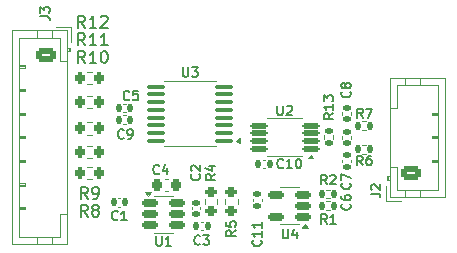
<source format=gbr>
%TF.GenerationSoftware,KiCad,Pcbnew,8.0.1*%
%TF.CreationDate,2024-11-10T15:13:46-05:00*%
%TF.ProjectId,ads1220_board,61647331-3232-4305-9f62-6f6172642e6b,rev?*%
%TF.SameCoordinates,Original*%
%TF.FileFunction,Legend,Top*%
%TF.FilePolarity,Positive*%
%FSLAX46Y46*%
G04 Gerber Fmt 4.6, Leading zero omitted, Abs format (unit mm)*
G04 Created by KiCad (PCBNEW 8.0.1) date 2024-11-10 15:13:46*
%MOMM*%
%LPD*%
G01*
G04 APERTURE LIST*
G04 Aperture macros list*
%AMRoundRect*
0 Rectangle with rounded corners*
0 $1 Rounding radius*
0 $2 $3 $4 $5 $6 $7 $8 $9 X,Y pos of 4 corners*
0 Add a 4 corners polygon primitive as box body*
4,1,4,$2,$3,$4,$5,$6,$7,$8,$9,$2,$3,0*
0 Add four circle primitives for the rounded corners*
1,1,$1+$1,$2,$3*
1,1,$1+$1,$4,$5*
1,1,$1+$1,$6,$7*
1,1,$1+$1,$8,$9*
0 Add four rect primitives between the rounded corners*
20,1,$1+$1,$2,$3,$4,$5,0*
20,1,$1+$1,$4,$5,$6,$7,0*
20,1,$1+$1,$6,$7,$8,$9,0*
20,1,$1+$1,$8,$9,$2,$3,0*%
G04 Aperture macros list end*
%ADD10C,0.150000*%
%ADD11C,0.120000*%
%ADD12RoundRect,0.135000X0.135000X0.185000X-0.135000X0.185000X-0.135000X-0.185000X0.135000X-0.185000X0*%
%ADD13RoundRect,0.140000X0.170000X-0.140000X0.170000X0.140000X-0.170000X0.140000X-0.170000X-0.140000X0*%
%ADD14C,1.300000*%
%ADD15RoundRect,0.140000X-0.140000X-0.170000X0.140000X-0.170000X0.140000X0.170000X-0.140000X0.170000X0*%
%ADD16RoundRect,0.100000X0.637500X0.100000X-0.637500X0.100000X-0.637500X-0.100000X0.637500X-0.100000X0*%
%ADD17RoundRect,0.140000X-0.170000X0.140000X-0.170000X-0.140000X0.170000X-0.140000X0.170000X0.140000X0*%
%ADD18RoundRect,0.140000X0.140000X0.170000X-0.140000X0.170000X-0.140000X-0.170000X0.140000X-0.170000X0*%
%ADD19RoundRect,0.200000X0.200000X0.275000X-0.200000X0.275000X-0.200000X-0.275000X0.200000X-0.275000X0*%
%ADD20RoundRect,0.135000X-0.135000X-0.185000X0.135000X-0.185000X0.135000X0.185000X-0.135000X0.185000X0*%
%ADD21RoundRect,0.150000X0.512500X0.150000X-0.512500X0.150000X-0.512500X-0.150000X0.512500X-0.150000X0*%
%ADD22RoundRect,0.200000X0.275000X-0.200000X0.275000X0.200000X-0.275000X0.200000X-0.275000X-0.200000X0*%
%ADD23RoundRect,0.200000X-0.275000X0.200000X-0.275000X-0.200000X0.275000X-0.200000X0.275000X0.200000X0*%
%ADD24RoundRect,0.225000X0.225000X0.250000X-0.225000X0.250000X-0.225000X-0.250000X0.225000X-0.250000X0*%
%ADD25RoundRect,0.250000X0.625000X-0.350000X0.625000X0.350000X-0.625000X0.350000X-0.625000X-0.350000X0*%
%ADD26O,1.750000X1.200000*%
%ADD27RoundRect,0.150000X-0.512500X-0.150000X0.512500X-0.150000X0.512500X0.150000X-0.512500X0.150000X0*%
%ADD28RoundRect,0.135000X0.185000X-0.135000X0.185000X0.135000X-0.185000X0.135000X-0.185000X-0.135000X0*%
%ADD29RoundRect,0.112500X0.612500X0.112500X-0.612500X0.112500X-0.612500X-0.112500X0.612500X-0.112500X0*%
%ADD30RoundRect,0.200000X-0.200000X-0.275000X0.200000X-0.275000X0.200000X0.275000X-0.200000X0.275000X0*%
%ADD31RoundRect,0.250000X-0.625000X0.350000X-0.625000X-0.350000X0.625000X-0.350000X0.625000X0.350000X0*%
G04 APERTURE END LIST*
D10*
X137316667Y-89332295D02*
X137050000Y-88951342D01*
X136859524Y-89332295D02*
X136859524Y-88532295D01*
X136859524Y-88532295D02*
X137164286Y-88532295D01*
X137164286Y-88532295D02*
X137240476Y-88570390D01*
X137240476Y-88570390D02*
X137278571Y-88608485D01*
X137278571Y-88608485D02*
X137316667Y-88684676D01*
X137316667Y-88684676D02*
X137316667Y-88798961D01*
X137316667Y-88798961D02*
X137278571Y-88875152D01*
X137278571Y-88875152D02*
X137240476Y-88913247D01*
X137240476Y-88913247D02*
X137164286Y-88951342D01*
X137164286Y-88951342D02*
X136859524Y-88951342D01*
X138078571Y-89332295D02*
X137621428Y-89332295D01*
X137850000Y-89332295D02*
X137850000Y-88532295D01*
X137850000Y-88532295D02*
X137773809Y-88646580D01*
X137773809Y-88646580D02*
X137697619Y-88722771D01*
X137697619Y-88722771D02*
X137621428Y-88760866D01*
X139286104Y-87633332D02*
X139324200Y-87671428D01*
X139324200Y-87671428D02*
X139362295Y-87785713D01*
X139362295Y-87785713D02*
X139362295Y-87861904D01*
X139362295Y-87861904D02*
X139324200Y-87976190D01*
X139324200Y-87976190D02*
X139248009Y-88052380D01*
X139248009Y-88052380D02*
X139171819Y-88090475D01*
X139171819Y-88090475D02*
X139019438Y-88128571D01*
X139019438Y-88128571D02*
X138905152Y-88128571D01*
X138905152Y-88128571D02*
X138752771Y-88090475D01*
X138752771Y-88090475D02*
X138676580Y-88052380D01*
X138676580Y-88052380D02*
X138600390Y-87976190D01*
X138600390Y-87976190D02*
X138562295Y-87861904D01*
X138562295Y-87861904D02*
X138562295Y-87785713D01*
X138562295Y-87785713D02*
X138600390Y-87671428D01*
X138600390Y-87671428D02*
X138638485Y-87633332D01*
X138562295Y-86947618D02*
X138562295Y-87099999D01*
X138562295Y-87099999D02*
X138600390Y-87176190D01*
X138600390Y-87176190D02*
X138638485Y-87214285D01*
X138638485Y-87214285D02*
X138752771Y-87290475D01*
X138752771Y-87290475D02*
X138905152Y-87328571D01*
X138905152Y-87328571D02*
X139209914Y-87328571D01*
X139209914Y-87328571D02*
X139286104Y-87290475D01*
X139286104Y-87290475D02*
X139324200Y-87252380D01*
X139324200Y-87252380D02*
X139362295Y-87176190D01*
X139362295Y-87176190D02*
X139362295Y-87023809D01*
X139362295Y-87023809D02*
X139324200Y-86947618D01*
X139324200Y-86947618D02*
X139286104Y-86909523D01*
X139286104Y-86909523D02*
X139209914Y-86871428D01*
X139209914Y-86871428D02*
X139019438Y-86871428D01*
X139019438Y-86871428D02*
X138943247Y-86909523D01*
X138943247Y-86909523D02*
X138905152Y-86947618D01*
X138905152Y-86947618D02*
X138867057Y-87023809D01*
X138867057Y-87023809D02*
X138867057Y-87176190D01*
X138867057Y-87176190D02*
X138905152Y-87252380D01*
X138905152Y-87252380D02*
X138943247Y-87290475D01*
X138943247Y-87290475D02*
X139019438Y-87328571D01*
X120616667Y-78786104D02*
X120578571Y-78824200D01*
X120578571Y-78824200D02*
X120464286Y-78862295D01*
X120464286Y-78862295D02*
X120388095Y-78862295D01*
X120388095Y-78862295D02*
X120273809Y-78824200D01*
X120273809Y-78824200D02*
X120197619Y-78748009D01*
X120197619Y-78748009D02*
X120159524Y-78671819D01*
X120159524Y-78671819D02*
X120121428Y-78519438D01*
X120121428Y-78519438D02*
X120121428Y-78405152D01*
X120121428Y-78405152D02*
X120159524Y-78252771D01*
X120159524Y-78252771D02*
X120197619Y-78176580D01*
X120197619Y-78176580D02*
X120273809Y-78100390D01*
X120273809Y-78100390D02*
X120388095Y-78062295D01*
X120388095Y-78062295D02*
X120464286Y-78062295D01*
X120464286Y-78062295D02*
X120578571Y-78100390D01*
X120578571Y-78100390D02*
X120616667Y-78138485D01*
X121340476Y-78062295D02*
X120959524Y-78062295D01*
X120959524Y-78062295D02*
X120921428Y-78443247D01*
X120921428Y-78443247D02*
X120959524Y-78405152D01*
X120959524Y-78405152D02*
X121035714Y-78367057D01*
X121035714Y-78367057D02*
X121226190Y-78367057D01*
X121226190Y-78367057D02*
X121302381Y-78405152D01*
X121302381Y-78405152D02*
X121340476Y-78443247D01*
X121340476Y-78443247D02*
X121378571Y-78519438D01*
X121378571Y-78519438D02*
X121378571Y-78709914D01*
X121378571Y-78709914D02*
X121340476Y-78786104D01*
X121340476Y-78786104D02*
X121302381Y-78824200D01*
X121302381Y-78824200D02*
X121226190Y-78862295D01*
X121226190Y-78862295D02*
X121035714Y-78862295D01*
X121035714Y-78862295D02*
X120959524Y-78824200D01*
X120959524Y-78824200D02*
X120921428Y-78786104D01*
X125140476Y-76062295D02*
X125140476Y-76709914D01*
X125140476Y-76709914D02*
X125178571Y-76786104D01*
X125178571Y-76786104D02*
X125216666Y-76824200D01*
X125216666Y-76824200D02*
X125292857Y-76862295D01*
X125292857Y-76862295D02*
X125445238Y-76862295D01*
X125445238Y-76862295D02*
X125521428Y-76824200D01*
X125521428Y-76824200D02*
X125559523Y-76786104D01*
X125559523Y-76786104D02*
X125597619Y-76709914D01*
X125597619Y-76709914D02*
X125597619Y-76062295D01*
X125902380Y-76062295D02*
X126397618Y-76062295D01*
X126397618Y-76062295D02*
X126130952Y-76367057D01*
X126130952Y-76367057D02*
X126245237Y-76367057D01*
X126245237Y-76367057D02*
X126321428Y-76405152D01*
X126321428Y-76405152D02*
X126359523Y-76443247D01*
X126359523Y-76443247D02*
X126397618Y-76519438D01*
X126397618Y-76519438D02*
X126397618Y-76709914D01*
X126397618Y-76709914D02*
X126359523Y-76786104D01*
X126359523Y-76786104D02*
X126321428Y-76824200D01*
X126321428Y-76824200D02*
X126245237Y-76862295D01*
X126245237Y-76862295D02*
X126016666Y-76862295D01*
X126016666Y-76862295D02*
X125940475Y-76824200D01*
X125940475Y-76824200D02*
X125902380Y-76786104D01*
X126536104Y-85133332D02*
X126574200Y-85171428D01*
X126574200Y-85171428D02*
X126612295Y-85285713D01*
X126612295Y-85285713D02*
X126612295Y-85361904D01*
X126612295Y-85361904D02*
X126574200Y-85476190D01*
X126574200Y-85476190D02*
X126498009Y-85552380D01*
X126498009Y-85552380D02*
X126421819Y-85590475D01*
X126421819Y-85590475D02*
X126269438Y-85628571D01*
X126269438Y-85628571D02*
X126155152Y-85628571D01*
X126155152Y-85628571D02*
X126002771Y-85590475D01*
X126002771Y-85590475D02*
X125926580Y-85552380D01*
X125926580Y-85552380D02*
X125850390Y-85476190D01*
X125850390Y-85476190D02*
X125812295Y-85361904D01*
X125812295Y-85361904D02*
X125812295Y-85285713D01*
X125812295Y-85285713D02*
X125850390Y-85171428D01*
X125850390Y-85171428D02*
X125888485Y-85133332D01*
X125888485Y-84828571D02*
X125850390Y-84790475D01*
X125850390Y-84790475D02*
X125812295Y-84714285D01*
X125812295Y-84714285D02*
X125812295Y-84523809D01*
X125812295Y-84523809D02*
X125850390Y-84447618D01*
X125850390Y-84447618D02*
X125888485Y-84409523D01*
X125888485Y-84409523D02*
X125964676Y-84371428D01*
X125964676Y-84371428D02*
X126040866Y-84371428D01*
X126040866Y-84371428D02*
X126155152Y-84409523D01*
X126155152Y-84409523D02*
X126612295Y-84866666D01*
X126612295Y-84866666D02*
X126612295Y-84371428D01*
X119616667Y-88946104D02*
X119578571Y-88984200D01*
X119578571Y-88984200D02*
X119464286Y-89022295D01*
X119464286Y-89022295D02*
X119388095Y-89022295D01*
X119388095Y-89022295D02*
X119273809Y-88984200D01*
X119273809Y-88984200D02*
X119197619Y-88908009D01*
X119197619Y-88908009D02*
X119159524Y-88831819D01*
X119159524Y-88831819D02*
X119121428Y-88679438D01*
X119121428Y-88679438D02*
X119121428Y-88565152D01*
X119121428Y-88565152D02*
X119159524Y-88412771D01*
X119159524Y-88412771D02*
X119197619Y-88336580D01*
X119197619Y-88336580D02*
X119273809Y-88260390D01*
X119273809Y-88260390D02*
X119388095Y-88222295D01*
X119388095Y-88222295D02*
X119464286Y-88222295D01*
X119464286Y-88222295D02*
X119578571Y-88260390D01*
X119578571Y-88260390D02*
X119616667Y-88298485D01*
X120378571Y-89022295D02*
X119921428Y-89022295D01*
X120150000Y-89022295D02*
X120150000Y-88222295D01*
X120150000Y-88222295D02*
X120073809Y-88336580D01*
X120073809Y-88336580D02*
X119997619Y-88412771D01*
X119997619Y-88412771D02*
X119921428Y-88450866D01*
X116857142Y-72704819D02*
X116523809Y-72228628D01*
X116285714Y-72704819D02*
X116285714Y-71704819D01*
X116285714Y-71704819D02*
X116666666Y-71704819D01*
X116666666Y-71704819D02*
X116761904Y-71752438D01*
X116761904Y-71752438D02*
X116809523Y-71800057D01*
X116809523Y-71800057D02*
X116857142Y-71895295D01*
X116857142Y-71895295D02*
X116857142Y-72038152D01*
X116857142Y-72038152D02*
X116809523Y-72133390D01*
X116809523Y-72133390D02*
X116761904Y-72181009D01*
X116761904Y-72181009D02*
X116666666Y-72228628D01*
X116666666Y-72228628D02*
X116285714Y-72228628D01*
X117809523Y-72704819D02*
X117238095Y-72704819D01*
X117523809Y-72704819D02*
X117523809Y-71704819D01*
X117523809Y-71704819D02*
X117428571Y-71847676D01*
X117428571Y-71847676D02*
X117333333Y-71942914D01*
X117333333Y-71942914D02*
X117238095Y-71990533D01*
X118190476Y-71800057D02*
X118238095Y-71752438D01*
X118238095Y-71752438D02*
X118333333Y-71704819D01*
X118333333Y-71704819D02*
X118571428Y-71704819D01*
X118571428Y-71704819D02*
X118666666Y-71752438D01*
X118666666Y-71752438D02*
X118714285Y-71800057D01*
X118714285Y-71800057D02*
X118761904Y-71895295D01*
X118761904Y-71895295D02*
X118761904Y-71990533D01*
X118761904Y-71990533D02*
X118714285Y-72133390D01*
X118714285Y-72133390D02*
X118142857Y-72704819D01*
X118142857Y-72704819D02*
X118761904Y-72704819D01*
X140356667Y-84362295D02*
X140090000Y-83981342D01*
X139899524Y-84362295D02*
X139899524Y-83562295D01*
X139899524Y-83562295D02*
X140204286Y-83562295D01*
X140204286Y-83562295D02*
X140280476Y-83600390D01*
X140280476Y-83600390D02*
X140318571Y-83638485D01*
X140318571Y-83638485D02*
X140356667Y-83714676D01*
X140356667Y-83714676D02*
X140356667Y-83828961D01*
X140356667Y-83828961D02*
X140318571Y-83905152D01*
X140318571Y-83905152D02*
X140280476Y-83943247D01*
X140280476Y-83943247D02*
X140204286Y-83981342D01*
X140204286Y-83981342D02*
X139899524Y-83981342D01*
X141042381Y-83562295D02*
X140890000Y-83562295D01*
X140890000Y-83562295D02*
X140813809Y-83600390D01*
X140813809Y-83600390D02*
X140775714Y-83638485D01*
X140775714Y-83638485D02*
X140699524Y-83752771D01*
X140699524Y-83752771D02*
X140661428Y-83905152D01*
X140661428Y-83905152D02*
X140661428Y-84209914D01*
X140661428Y-84209914D02*
X140699524Y-84286104D01*
X140699524Y-84286104D02*
X140737619Y-84324200D01*
X140737619Y-84324200D02*
X140813809Y-84362295D01*
X140813809Y-84362295D02*
X140966190Y-84362295D01*
X140966190Y-84362295D02*
X141042381Y-84324200D01*
X141042381Y-84324200D02*
X141080476Y-84286104D01*
X141080476Y-84286104D02*
X141118571Y-84209914D01*
X141118571Y-84209914D02*
X141118571Y-84019438D01*
X141118571Y-84019438D02*
X141080476Y-83943247D01*
X141080476Y-83943247D02*
X141042381Y-83905152D01*
X141042381Y-83905152D02*
X140966190Y-83867057D01*
X140966190Y-83867057D02*
X140813809Y-83867057D01*
X140813809Y-83867057D02*
X140737619Y-83905152D01*
X140737619Y-83905152D02*
X140699524Y-83943247D01*
X140699524Y-83943247D02*
X140661428Y-84019438D01*
X133590476Y-89762295D02*
X133590476Y-90409914D01*
X133590476Y-90409914D02*
X133628571Y-90486104D01*
X133628571Y-90486104D02*
X133666666Y-90524200D01*
X133666666Y-90524200D02*
X133742857Y-90562295D01*
X133742857Y-90562295D02*
X133895238Y-90562295D01*
X133895238Y-90562295D02*
X133971428Y-90524200D01*
X133971428Y-90524200D02*
X134009523Y-90486104D01*
X134009523Y-90486104D02*
X134047619Y-90409914D01*
X134047619Y-90409914D02*
X134047619Y-89762295D01*
X134771428Y-90028961D02*
X134771428Y-90562295D01*
X134580952Y-89724200D02*
X134390475Y-90295628D01*
X134390475Y-90295628D02*
X134885714Y-90295628D01*
X129612295Y-89883332D02*
X129231342Y-90149999D01*
X129612295Y-90340475D02*
X128812295Y-90340475D01*
X128812295Y-90340475D02*
X128812295Y-90035713D01*
X128812295Y-90035713D02*
X128850390Y-89959523D01*
X128850390Y-89959523D02*
X128888485Y-89921428D01*
X128888485Y-89921428D02*
X128964676Y-89883332D01*
X128964676Y-89883332D02*
X129078961Y-89883332D01*
X129078961Y-89883332D02*
X129155152Y-89921428D01*
X129155152Y-89921428D02*
X129193247Y-89959523D01*
X129193247Y-89959523D02*
X129231342Y-90035713D01*
X129231342Y-90035713D02*
X129231342Y-90340475D01*
X128812295Y-89159523D02*
X128812295Y-89540475D01*
X128812295Y-89540475D02*
X129193247Y-89578571D01*
X129193247Y-89578571D02*
X129155152Y-89540475D01*
X129155152Y-89540475D02*
X129117057Y-89464285D01*
X129117057Y-89464285D02*
X129117057Y-89273809D01*
X129117057Y-89273809D02*
X129155152Y-89197618D01*
X129155152Y-89197618D02*
X129193247Y-89159523D01*
X129193247Y-89159523D02*
X129269438Y-89121428D01*
X129269438Y-89121428D02*
X129459914Y-89121428D01*
X129459914Y-89121428D02*
X129536104Y-89159523D01*
X129536104Y-89159523D02*
X129574200Y-89197618D01*
X129574200Y-89197618D02*
X129612295Y-89273809D01*
X129612295Y-89273809D02*
X129612295Y-89464285D01*
X129612295Y-89464285D02*
X129574200Y-89540475D01*
X129574200Y-89540475D02*
X129536104Y-89578571D01*
X116857142Y-74204819D02*
X116523809Y-73728628D01*
X116285714Y-74204819D02*
X116285714Y-73204819D01*
X116285714Y-73204819D02*
X116666666Y-73204819D01*
X116666666Y-73204819D02*
X116761904Y-73252438D01*
X116761904Y-73252438D02*
X116809523Y-73300057D01*
X116809523Y-73300057D02*
X116857142Y-73395295D01*
X116857142Y-73395295D02*
X116857142Y-73538152D01*
X116857142Y-73538152D02*
X116809523Y-73633390D01*
X116809523Y-73633390D02*
X116761904Y-73681009D01*
X116761904Y-73681009D02*
X116666666Y-73728628D01*
X116666666Y-73728628D02*
X116285714Y-73728628D01*
X117809523Y-74204819D02*
X117238095Y-74204819D01*
X117523809Y-74204819D02*
X117523809Y-73204819D01*
X117523809Y-73204819D02*
X117428571Y-73347676D01*
X117428571Y-73347676D02*
X117333333Y-73442914D01*
X117333333Y-73442914D02*
X117238095Y-73490533D01*
X118761904Y-74204819D02*
X118190476Y-74204819D01*
X118476190Y-74204819D02*
X118476190Y-73204819D01*
X118476190Y-73204819D02*
X118380952Y-73347676D01*
X118380952Y-73347676D02*
X118285714Y-73442914D01*
X118285714Y-73442914D02*
X118190476Y-73490533D01*
X127862295Y-85133332D02*
X127481342Y-85399999D01*
X127862295Y-85590475D02*
X127062295Y-85590475D01*
X127062295Y-85590475D02*
X127062295Y-85285713D01*
X127062295Y-85285713D02*
X127100390Y-85209523D01*
X127100390Y-85209523D02*
X127138485Y-85171428D01*
X127138485Y-85171428D02*
X127214676Y-85133332D01*
X127214676Y-85133332D02*
X127328961Y-85133332D01*
X127328961Y-85133332D02*
X127405152Y-85171428D01*
X127405152Y-85171428D02*
X127443247Y-85209523D01*
X127443247Y-85209523D02*
X127481342Y-85285713D01*
X127481342Y-85285713D02*
X127481342Y-85590475D01*
X127328961Y-84447618D02*
X127862295Y-84447618D01*
X127024200Y-84638094D02*
X127595628Y-84828571D01*
X127595628Y-84828571D02*
X127595628Y-84333332D01*
X123116667Y-85036104D02*
X123078571Y-85074200D01*
X123078571Y-85074200D02*
X122964286Y-85112295D01*
X122964286Y-85112295D02*
X122888095Y-85112295D01*
X122888095Y-85112295D02*
X122773809Y-85074200D01*
X122773809Y-85074200D02*
X122697619Y-84998009D01*
X122697619Y-84998009D02*
X122659524Y-84921819D01*
X122659524Y-84921819D02*
X122621428Y-84769438D01*
X122621428Y-84769438D02*
X122621428Y-84655152D01*
X122621428Y-84655152D02*
X122659524Y-84502771D01*
X122659524Y-84502771D02*
X122697619Y-84426580D01*
X122697619Y-84426580D02*
X122773809Y-84350390D01*
X122773809Y-84350390D02*
X122888095Y-84312295D01*
X122888095Y-84312295D02*
X122964286Y-84312295D01*
X122964286Y-84312295D02*
X123078571Y-84350390D01*
X123078571Y-84350390D02*
X123116667Y-84388485D01*
X123802381Y-84578961D02*
X123802381Y-85112295D01*
X123611905Y-84274200D02*
X123421428Y-84845628D01*
X123421428Y-84845628D02*
X123916667Y-84845628D01*
X116857142Y-75704819D02*
X116523809Y-75228628D01*
X116285714Y-75704819D02*
X116285714Y-74704819D01*
X116285714Y-74704819D02*
X116666666Y-74704819D01*
X116666666Y-74704819D02*
X116761904Y-74752438D01*
X116761904Y-74752438D02*
X116809523Y-74800057D01*
X116809523Y-74800057D02*
X116857142Y-74895295D01*
X116857142Y-74895295D02*
X116857142Y-75038152D01*
X116857142Y-75038152D02*
X116809523Y-75133390D01*
X116809523Y-75133390D02*
X116761904Y-75181009D01*
X116761904Y-75181009D02*
X116666666Y-75228628D01*
X116666666Y-75228628D02*
X116285714Y-75228628D01*
X117809523Y-75704819D02*
X117238095Y-75704819D01*
X117523809Y-75704819D02*
X117523809Y-74704819D01*
X117523809Y-74704819D02*
X117428571Y-74847676D01*
X117428571Y-74847676D02*
X117333333Y-74942914D01*
X117333333Y-74942914D02*
X117238095Y-74990533D01*
X118428571Y-74704819D02*
X118523809Y-74704819D01*
X118523809Y-74704819D02*
X118619047Y-74752438D01*
X118619047Y-74752438D02*
X118666666Y-74800057D01*
X118666666Y-74800057D02*
X118714285Y-74895295D01*
X118714285Y-74895295D02*
X118761904Y-75085771D01*
X118761904Y-75085771D02*
X118761904Y-75323866D01*
X118761904Y-75323866D02*
X118714285Y-75514342D01*
X118714285Y-75514342D02*
X118666666Y-75609580D01*
X118666666Y-75609580D02*
X118619047Y-75657200D01*
X118619047Y-75657200D02*
X118523809Y-75704819D01*
X118523809Y-75704819D02*
X118428571Y-75704819D01*
X118428571Y-75704819D02*
X118333333Y-75657200D01*
X118333333Y-75657200D02*
X118285714Y-75609580D01*
X118285714Y-75609580D02*
X118238095Y-75514342D01*
X118238095Y-75514342D02*
X118190476Y-75323866D01*
X118190476Y-75323866D02*
X118190476Y-75085771D01*
X118190476Y-75085771D02*
X118238095Y-74895295D01*
X118238095Y-74895295D02*
X118285714Y-74800057D01*
X118285714Y-74800057D02*
X118333333Y-74752438D01*
X118333333Y-74752438D02*
X118428571Y-74704819D01*
X141062295Y-86766666D02*
X141633723Y-86766666D01*
X141633723Y-86766666D02*
X141748009Y-86804761D01*
X141748009Y-86804761D02*
X141824200Y-86880952D01*
X141824200Y-86880952D02*
X141862295Y-86995237D01*
X141862295Y-86995237D02*
X141862295Y-87071428D01*
X141138485Y-86423809D02*
X141100390Y-86385713D01*
X141100390Y-86385713D02*
X141062295Y-86309523D01*
X141062295Y-86309523D02*
X141062295Y-86119047D01*
X141062295Y-86119047D02*
X141100390Y-86042856D01*
X141100390Y-86042856D02*
X141138485Y-86004761D01*
X141138485Y-86004761D02*
X141214676Y-85966666D01*
X141214676Y-85966666D02*
X141290866Y-85966666D01*
X141290866Y-85966666D02*
X141405152Y-86004761D01*
X141405152Y-86004761D02*
X141862295Y-86461904D01*
X141862295Y-86461904D02*
X141862295Y-85966666D01*
X122890476Y-90362295D02*
X122890476Y-91009914D01*
X122890476Y-91009914D02*
X122928571Y-91086104D01*
X122928571Y-91086104D02*
X122966666Y-91124200D01*
X122966666Y-91124200D02*
X123042857Y-91162295D01*
X123042857Y-91162295D02*
X123195238Y-91162295D01*
X123195238Y-91162295D02*
X123271428Y-91124200D01*
X123271428Y-91124200D02*
X123309523Y-91086104D01*
X123309523Y-91086104D02*
X123347619Y-91009914D01*
X123347619Y-91009914D02*
X123347619Y-90362295D01*
X124147618Y-91162295D02*
X123690475Y-91162295D01*
X123919047Y-91162295D02*
X123919047Y-90362295D01*
X123919047Y-90362295D02*
X123842856Y-90476580D01*
X123842856Y-90476580D02*
X123766666Y-90552771D01*
X123766666Y-90552771D02*
X123690475Y-90590866D01*
X137862295Y-79964285D02*
X137481342Y-80230952D01*
X137862295Y-80421428D02*
X137062295Y-80421428D01*
X137062295Y-80421428D02*
X137062295Y-80116666D01*
X137062295Y-80116666D02*
X137100390Y-80040476D01*
X137100390Y-80040476D02*
X137138485Y-80002381D01*
X137138485Y-80002381D02*
X137214676Y-79964285D01*
X137214676Y-79964285D02*
X137328961Y-79964285D01*
X137328961Y-79964285D02*
X137405152Y-80002381D01*
X137405152Y-80002381D02*
X137443247Y-80040476D01*
X137443247Y-80040476D02*
X137481342Y-80116666D01*
X137481342Y-80116666D02*
X137481342Y-80421428D01*
X137862295Y-79202381D02*
X137862295Y-79659524D01*
X137862295Y-79430952D02*
X137062295Y-79430952D01*
X137062295Y-79430952D02*
X137176580Y-79507143D01*
X137176580Y-79507143D02*
X137252771Y-79583333D01*
X137252771Y-79583333D02*
X137290866Y-79659524D01*
X137062295Y-78935714D02*
X137062295Y-78440476D01*
X137062295Y-78440476D02*
X137367057Y-78707142D01*
X137367057Y-78707142D02*
X137367057Y-78592857D01*
X137367057Y-78592857D02*
X137405152Y-78516666D01*
X137405152Y-78516666D02*
X137443247Y-78478571D01*
X137443247Y-78478571D02*
X137519438Y-78440476D01*
X137519438Y-78440476D02*
X137709914Y-78440476D01*
X137709914Y-78440476D02*
X137786104Y-78478571D01*
X137786104Y-78478571D02*
X137824200Y-78516666D01*
X137824200Y-78516666D02*
X137862295Y-78592857D01*
X137862295Y-78592857D02*
X137862295Y-78821428D01*
X137862295Y-78821428D02*
X137824200Y-78897619D01*
X137824200Y-78897619D02*
X137786104Y-78935714D01*
X139286104Y-78133332D02*
X139324200Y-78171428D01*
X139324200Y-78171428D02*
X139362295Y-78285713D01*
X139362295Y-78285713D02*
X139362295Y-78361904D01*
X139362295Y-78361904D02*
X139324200Y-78476190D01*
X139324200Y-78476190D02*
X139248009Y-78552380D01*
X139248009Y-78552380D02*
X139171819Y-78590475D01*
X139171819Y-78590475D02*
X139019438Y-78628571D01*
X139019438Y-78628571D02*
X138905152Y-78628571D01*
X138905152Y-78628571D02*
X138752771Y-78590475D01*
X138752771Y-78590475D02*
X138676580Y-78552380D01*
X138676580Y-78552380D02*
X138600390Y-78476190D01*
X138600390Y-78476190D02*
X138562295Y-78361904D01*
X138562295Y-78361904D02*
X138562295Y-78285713D01*
X138562295Y-78285713D02*
X138600390Y-78171428D01*
X138600390Y-78171428D02*
X138638485Y-78133332D01*
X138905152Y-77676190D02*
X138867057Y-77752380D01*
X138867057Y-77752380D02*
X138828961Y-77790475D01*
X138828961Y-77790475D02*
X138752771Y-77828571D01*
X138752771Y-77828571D02*
X138714676Y-77828571D01*
X138714676Y-77828571D02*
X138638485Y-77790475D01*
X138638485Y-77790475D02*
X138600390Y-77752380D01*
X138600390Y-77752380D02*
X138562295Y-77676190D01*
X138562295Y-77676190D02*
X138562295Y-77523809D01*
X138562295Y-77523809D02*
X138600390Y-77447618D01*
X138600390Y-77447618D02*
X138638485Y-77409523D01*
X138638485Y-77409523D02*
X138714676Y-77371428D01*
X138714676Y-77371428D02*
X138752771Y-77371428D01*
X138752771Y-77371428D02*
X138828961Y-77409523D01*
X138828961Y-77409523D02*
X138867057Y-77447618D01*
X138867057Y-77447618D02*
X138905152Y-77523809D01*
X138905152Y-77523809D02*
X138905152Y-77676190D01*
X138905152Y-77676190D02*
X138943247Y-77752380D01*
X138943247Y-77752380D02*
X138981342Y-77790475D01*
X138981342Y-77790475D02*
X139057533Y-77828571D01*
X139057533Y-77828571D02*
X139209914Y-77828571D01*
X139209914Y-77828571D02*
X139286104Y-77790475D01*
X139286104Y-77790475D02*
X139324200Y-77752380D01*
X139324200Y-77752380D02*
X139362295Y-77676190D01*
X139362295Y-77676190D02*
X139362295Y-77523809D01*
X139362295Y-77523809D02*
X139324200Y-77447618D01*
X139324200Y-77447618D02*
X139286104Y-77409523D01*
X139286104Y-77409523D02*
X139209914Y-77371428D01*
X139209914Y-77371428D02*
X139057533Y-77371428D01*
X139057533Y-77371428D02*
X138981342Y-77409523D01*
X138981342Y-77409523D02*
X138943247Y-77447618D01*
X138943247Y-77447618D02*
X138905152Y-77523809D01*
X139286104Y-85883332D02*
X139324200Y-85921428D01*
X139324200Y-85921428D02*
X139362295Y-86035713D01*
X139362295Y-86035713D02*
X139362295Y-86111904D01*
X139362295Y-86111904D02*
X139324200Y-86226190D01*
X139324200Y-86226190D02*
X139248009Y-86302380D01*
X139248009Y-86302380D02*
X139171819Y-86340475D01*
X139171819Y-86340475D02*
X139019438Y-86378571D01*
X139019438Y-86378571D02*
X138905152Y-86378571D01*
X138905152Y-86378571D02*
X138752771Y-86340475D01*
X138752771Y-86340475D02*
X138676580Y-86302380D01*
X138676580Y-86302380D02*
X138600390Y-86226190D01*
X138600390Y-86226190D02*
X138562295Y-86111904D01*
X138562295Y-86111904D02*
X138562295Y-86035713D01*
X138562295Y-86035713D02*
X138600390Y-85921428D01*
X138600390Y-85921428D02*
X138638485Y-85883332D01*
X138562295Y-85616666D02*
X138562295Y-85083332D01*
X138562295Y-85083332D02*
X139362295Y-85426190D01*
X126616667Y-91036104D02*
X126578571Y-91074200D01*
X126578571Y-91074200D02*
X126464286Y-91112295D01*
X126464286Y-91112295D02*
X126388095Y-91112295D01*
X126388095Y-91112295D02*
X126273809Y-91074200D01*
X126273809Y-91074200D02*
X126197619Y-90998009D01*
X126197619Y-90998009D02*
X126159524Y-90921819D01*
X126159524Y-90921819D02*
X126121428Y-90769438D01*
X126121428Y-90769438D02*
X126121428Y-90655152D01*
X126121428Y-90655152D02*
X126159524Y-90502771D01*
X126159524Y-90502771D02*
X126197619Y-90426580D01*
X126197619Y-90426580D02*
X126273809Y-90350390D01*
X126273809Y-90350390D02*
X126388095Y-90312295D01*
X126388095Y-90312295D02*
X126464286Y-90312295D01*
X126464286Y-90312295D02*
X126578571Y-90350390D01*
X126578571Y-90350390D02*
X126616667Y-90388485D01*
X126883333Y-90312295D02*
X127378571Y-90312295D01*
X127378571Y-90312295D02*
X127111905Y-90617057D01*
X127111905Y-90617057D02*
X127226190Y-90617057D01*
X127226190Y-90617057D02*
X127302381Y-90655152D01*
X127302381Y-90655152D02*
X127340476Y-90693247D01*
X127340476Y-90693247D02*
X127378571Y-90769438D01*
X127378571Y-90769438D02*
X127378571Y-90959914D01*
X127378571Y-90959914D02*
X127340476Y-91036104D01*
X127340476Y-91036104D02*
X127302381Y-91074200D01*
X127302381Y-91074200D02*
X127226190Y-91112295D01*
X127226190Y-91112295D02*
X126997619Y-91112295D01*
X126997619Y-91112295D02*
X126921428Y-91074200D01*
X126921428Y-91074200D02*
X126883333Y-91036104D01*
X137316667Y-85992295D02*
X137050000Y-85611342D01*
X136859524Y-85992295D02*
X136859524Y-85192295D01*
X136859524Y-85192295D02*
X137164286Y-85192295D01*
X137164286Y-85192295D02*
X137240476Y-85230390D01*
X137240476Y-85230390D02*
X137278571Y-85268485D01*
X137278571Y-85268485D02*
X137316667Y-85344676D01*
X137316667Y-85344676D02*
X137316667Y-85458961D01*
X137316667Y-85458961D02*
X137278571Y-85535152D01*
X137278571Y-85535152D02*
X137240476Y-85573247D01*
X137240476Y-85573247D02*
X137164286Y-85611342D01*
X137164286Y-85611342D02*
X136859524Y-85611342D01*
X137621428Y-85268485D02*
X137659524Y-85230390D01*
X137659524Y-85230390D02*
X137735714Y-85192295D01*
X137735714Y-85192295D02*
X137926190Y-85192295D01*
X137926190Y-85192295D02*
X138002381Y-85230390D01*
X138002381Y-85230390D02*
X138040476Y-85268485D01*
X138040476Y-85268485D02*
X138078571Y-85344676D01*
X138078571Y-85344676D02*
X138078571Y-85420866D01*
X138078571Y-85420866D02*
X138040476Y-85535152D01*
X138040476Y-85535152D02*
X137583333Y-85992295D01*
X137583333Y-85992295D02*
X138078571Y-85992295D01*
X131736104Y-90714285D02*
X131774200Y-90752381D01*
X131774200Y-90752381D02*
X131812295Y-90866666D01*
X131812295Y-90866666D02*
X131812295Y-90942857D01*
X131812295Y-90942857D02*
X131774200Y-91057143D01*
X131774200Y-91057143D02*
X131698009Y-91133333D01*
X131698009Y-91133333D02*
X131621819Y-91171428D01*
X131621819Y-91171428D02*
X131469438Y-91209524D01*
X131469438Y-91209524D02*
X131355152Y-91209524D01*
X131355152Y-91209524D02*
X131202771Y-91171428D01*
X131202771Y-91171428D02*
X131126580Y-91133333D01*
X131126580Y-91133333D02*
X131050390Y-91057143D01*
X131050390Y-91057143D02*
X131012295Y-90942857D01*
X131012295Y-90942857D02*
X131012295Y-90866666D01*
X131012295Y-90866666D02*
X131050390Y-90752381D01*
X131050390Y-90752381D02*
X131088485Y-90714285D01*
X131812295Y-89952381D02*
X131812295Y-90409524D01*
X131812295Y-90180952D02*
X131012295Y-90180952D01*
X131012295Y-90180952D02*
X131126580Y-90257143D01*
X131126580Y-90257143D02*
X131202771Y-90333333D01*
X131202771Y-90333333D02*
X131240866Y-90409524D01*
X131812295Y-89190476D02*
X131812295Y-89647619D01*
X131812295Y-89419047D02*
X131012295Y-89419047D01*
X131012295Y-89419047D02*
X131126580Y-89495238D01*
X131126580Y-89495238D02*
X131202771Y-89571428D01*
X131202771Y-89571428D02*
X131240866Y-89647619D01*
X133140476Y-79312295D02*
X133140476Y-79959914D01*
X133140476Y-79959914D02*
X133178571Y-80036104D01*
X133178571Y-80036104D02*
X133216666Y-80074200D01*
X133216666Y-80074200D02*
X133292857Y-80112295D01*
X133292857Y-80112295D02*
X133445238Y-80112295D01*
X133445238Y-80112295D02*
X133521428Y-80074200D01*
X133521428Y-80074200D02*
X133559523Y-80036104D01*
X133559523Y-80036104D02*
X133597619Y-79959914D01*
X133597619Y-79959914D02*
X133597619Y-79312295D01*
X133940475Y-79388485D02*
X133978571Y-79350390D01*
X133978571Y-79350390D02*
X134054761Y-79312295D01*
X134054761Y-79312295D02*
X134245237Y-79312295D01*
X134245237Y-79312295D02*
X134321428Y-79350390D01*
X134321428Y-79350390D02*
X134359523Y-79388485D01*
X134359523Y-79388485D02*
X134397618Y-79464676D01*
X134397618Y-79464676D02*
X134397618Y-79540866D01*
X134397618Y-79540866D02*
X134359523Y-79655152D01*
X134359523Y-79655152D02*
X133902380Y-80112295D01*
X133902380Y-80112295D02*
X134397618Y-80112295D01*
X140366667Y-80362295D02*
X140100000Y-79981342D01*
X139909524Y-80362295D02*
X139909524Y-79562295D01*
X139909524Y-79562295D02*
X140214286Y-79562295D01*
X140214286Y-79562295D02*
X140290476Y-79600390D01*
X140290476Y-79600390D02*
X140328571Y-79638485D01*
X140328571Y-79638485D02*
X140366667Y-79714676D01*
X140366667Y-79714676D02*
X140366667Y-79828961D01*
X140366667Y-79828961D02*
X140328571Y-79905152D01*
X140328571Y-79905152D02*
X140290476Y-79943247D01*
X140290476Y-79943247D02*
X140214286Y-79981342D01*
X140214286Y-79981342D02*
X139909524Y-79981342D01*
X140633333Y-79562295D02*
X141166667Y-79562295D01*
X141166667Y-79562295D02*
X140823809Y-80362295D01*
X120116667Y-82036104D02*
X120078571Y-82074200D01*
X120078571Y-82074200D02*
X119964286Y-82112295D01*
X119964286Y-82112295D02*
X119888095Y-82112295D01*
X119888095Y-82112295D02*
X119773809Y-82074200D01*
X119773809Y-82074200D02*
X119697619Y-81998009D01*
X119697619Y-81998009D02*
X119659524Y-81921819D01*
X119659524Y-81921819D02*
X119621428Y-81769438D01*
X119621428Y-81769438D02*
X119621428Y-81655152D01*
X119621428Y-81655152D02*
X119659524Y-81502771D01*
X119659524Y-81502771D02*
X119697619Y-81426580D01*
X119697619Y-81426580D02*
X119773809Y-81350390D01*
X119773809Y-81350390D02*
X119888095Y-81312295D01*
X119888095Y-81312295D02*
X119964286Y-81312295D01*
X119964286Y-81312295D02*
X120078571Y-81350390D01*
X120078571Y-81350390D02*
X120116667Y-81388485D01*
X120497619Y-82112295D02*
X120650000Y-82112295D01*
X120650000Y-82112295D02*
X120726190Y-82074200D01*
X120726190Y-82074200D02*
X120764286Y-82036104D01*
X120764286Y-82036104D02*
X120840476Y-81921819D01*
X120840476Y-81921819D02*
X120878571Y-81769438D01*
X120878571Y-81769438D02*
X120878571Y-81464676D01*
X120878571Y-81464676D02*
X120840476Y-81388485D01*
X120840476Y-81388485D02*
X120802381Y-81350390D01*
X120802381Y-81350390D02*
X120726190Y-81312295D01*
X120726190Y-81312295D02*
X120573809Y-81312295D01*
X120573809Y-81312295D02*
X120497619Y-81350390D01*
X120497619Y-81350390D02*
X120459524Y-81388485D01*
X120459524Y-81388485D02*
X120421428Y-81464676D01*
X120421428Y-81464676D02*
X120421428Y-81655152D01*
X120421428Y-81655152D02*
X120459524Y-81731342D01*
X120459524Y-81731342D02*
X120497619Y-81769438D01*
X120497619Y-81769438D02*
X120573809Y-81807533D01*
X120573809Y-81807533D02*
X120726190Y-81807533D01*
X120726190Y-81807533D02*
X120802381Y-81769438D01*
X120802381Y-81769438D02*
X120840476Y-81731342D01*
X120840476Y-81731342D02*
X120878571Y-81655152D01*
X117083333Y-87204819D02*
X116750000Y-86728628D01*
X116511905Y-87204819D02*
X116511905Y-86204819D01*
X116511905Y-86204819D02*
X116892857Y-86204819D01*
X116892857Y-86204819D02*
X116988095Y-86252438D01*
X116988095Y-86252438D02*
X117035714Y-86300057D01*
X117035714Y-86300057D02*
X117083333Y-86395295D01*
X117083333Y-86395295D02*
X117083333Y-86538152D01*
X117083333Y-86538152D02*
X117035714Y-86633390D01*
X117035714Y-86633390D02*
X116988095Y-86681009D01*
X116988095Y-86681009D02*
X116892857Y-86728628D01*
X116892857Y-86728628D02*
X116511905Y-86728628D01*
X117559524Y-87204819D02*
X117750000Y-87204819D01*
X117750000Y-87204819D02*
X117845238Y-87157200D01*
X117845238Y-87157200D02*
X117892857Y-87109580D01*
X117892857Y-87109580D02*
X117988095Y-86966723D01*
X117988095Y-86966723D02*
X118035714Y-86776247D01*
X118035714Y-86776247D02*
X118035714Y-86395295D01*
X118035714Y-86395295D02*
X117988095Y-86300057D01*
X117988095Y-86300057D02*
X117940476Y-86252438D01*
X117940476Y-86252438D02*
X117845238Y-86204819D01*
X117845238Y-86204819D02*
X117654762Y-86204819D01*
X117654762Y-86204819D02*
X117559524Y-86252438D01*
X117559524Y-86252438D02*
X117511905Y-86300057D01*
X117511905Y-86300057D02*
X117464286Y-86395295D01*
X117464286Y-86395295D02*
X117464286Y-86633390D01*
X117464286Y-86633390D02*
X117511905Y-86728628D01*
X117511905Y-86728628D02*
X117559524Y-86776247D01*
X117559524Y-86776247D02*
X117654762Y-86823866D01*
X117654762Y-86823866D02*
X117845238Y-86823866D01*
X117845238Y-86823866D02*
X117940476Y-86776247D01*
X117940476Y-86776247D02*
X117988095Y-86728628D01*
X117988095Y-86728628D02*
X118035714Y-86633390D01*
X117083333Y-88704819D02*
X116750000Y-88228628D01*
X116511905Y-88704819D02*
X116511905Y-87704819D01*
X116511905Y-87704819D02*
X116892857Y-87704819D01*
X116892857Y-87704819D02*
X116988095Y-87752438D01*
X116988095Y-87752438D02*
X117035714Y-87800057D01*
X117035714Y-87800057D02*
X117083333Y-87895295D01*
X117083333Y-87895295D02*
X117083333Y-88038152D01*
X117083333Y-88038152D02*
X117035714Y-88133390D01*
X117035714Y-88133390D02*
X116988095Y-88181009D01*
X116988095Y-88181009D02*
X116892857Y-88228628D01*
X116892857Y-88228628D02*
X116511905Y-88228628D01*
X117654762Y-88133390D02*
X117559524Y-88085771D01*
X117559524Y-88085771D02*
X117511905Y-88038152D01*
X117511905Y-88038152D02*
X117464286Y-87942914D01*
X117464286Y-87942914D02*
X117464286Y-87895295D01*
X117464286Y-87895295D02*
X117511905Y-87800057D01*
X117511905Y-87800057D02*
X117559524Y-87752438D01*
X117559524Y-87752438D02*
X117654762Y-87704819D01*
X117654762Y-87704819D02*
X117845238Y-87704819D01*
X117845238Y-87704819D02*
X117940476Y-87752438D01*
X117940476Y-87752438D02*
X117988095Y-87800057D01*
X117988095Y-87800057D02*
X118035714Y-87895295D01*
X118035714Y-87895295D02*
X118035714Y-87942914D01*
X118035714Y-87942914D02*
X117988095Y-88038152D01*
X117988095Y-88038152D02*
X117940476Y-88085771D01*
X117940476Y-88085771D02*
X117845238Y-88133390D01*
X117845238Y-88133390D02*
X117654762Y-88133390D01*
X117654762Y-88133390D02*
X117559524Y-88181009D01*
X117559524Y-88181009D02*
X117511905Y-88228628D01*
X117511905Y-88228628D02*
X117464286Y-88323866D01*
X117464286Y-88323866D02*
X117464286Y-88514342D01*
X117464286Y-88514342D02*
X117511905Y-88609580D01*
X117511905Y-88609580D02*
X117559524Y-88657200D01*
X117559524Y-88657200D02*
X117654762Y-88704819D01*
X117654762Y-88704819D02*
X117845238Y-88704819D01*
X117845238Y-88704819D02*
X117940476Y-88657200D01*
X117940476Y-88657200D02*
X117988095Y-88609580D01*
X117988095Y-88609580D02*
X118035714Y-88514342D01*
X118035714Y-88514342D02*
X118035714Y-88323866D01*
X118035714Y-88323866D02*
X117988095Y-88228628D01*
X117988095Y-88228628D02*
X117940476Y-88181009D01*
X117940476Y-88181009D02*
X117845238Y-88133390D01*
X133635714Y-84536104D02*
X133597618Y-84574200D01*
X133597618Y-84574200D02*
X133483333Y-84612295D01*
X133483333Y-84612295D02*
X133407142Y-84612295D01*
X133407142Y-84612295D02*
X133292856Y-84574200D01*
X133292856Y-84574200D02*
X133216666Y-84498009D01*
X133216666Y-84498009D02*
X133178571Y-84421819D01*
X133178571Y-84421819D02*
X133140475Y-84269438D01*
X133140475Y-84269438D02*
X133140475Y-84155152D01*
X133140475Y-84155152D02*
X133178571Y-84002771D01*
X133178571Y-84002771D02*
X133216666Y-83926580D01*
X133216666Y-83926580D02*
X133292856Y-83850390D01*
X133292856Y-83850390D02*
X133407142Y-83812295D01*
X133407142Y-83812295D02*
X133483333Y-83812295D01*
X133483333Y-83812295D02*
X133597618Y-83850390D01*
X133597618Y-83850390D02*
X133635714Y-83888485D01*
X134397618Y-84612295D02*
X133940475Y-84612295D01*
X134169047Y-84612295D02*
X134169047Y-83812295D01*
X134169047Y-83812295D02*
X134092856Y-83926580D01*
X134092856Y-83926580D02*
X134016666Y-84002771D01*
X134016666Y-84002771D02*
X133940475Y-84040866D01*
X134892857Y-83812295D02*
X134969047Y-83812295D01*
X134969047Y-83812295D02*
X135045238Y-83850390D01*
X135045238Y-83850390D02*
X135083333Y-83888485D01*
X135083333Y-83888485D02*
X135121428Y-83964676D01*
X135121428Y-83964676D02*
X135159523Y-84117057D01*
X135159523Y-84117057D02*
X135159523Y-84307533D01*
X135159523Y-84307533D02*
X135121428Y-84459914D01*
X135121428Y-84459914D02*
X135083333Y-84536104D01*
X135083333Y-84536104D02*
X135045238Y-84574200D01*
X135045238Y-84574200D02*
X134969047Y-84612295D01*
X134969047Y-84612295D02*
X134892857Y-84612295D01*
X134892857Y-84612295D02*
X134816666Y-84574200D01*
X134816666Y-84574200D02*
X134778571Y-84536104D01*
X134778571Y-84536104D02*
X134740476Y-84459914D01*
X134740476Y-84459914D02*
X134702380Y-84307533D01*
X134702380Y-84307533D02*
X134702380Y-84117057D01*
X134702380Y-84117057D02*
X134740476Y-83964676D01*
X134740476Y-83964676D02*
X134778571Y-83888485D01*
X134778571Y-83888485D02*
X134816666Y-83850390D01*
X134816666Y-83850390D02*
X134892857Y-83812295D01*
X113062295Y-71766666D02*
X113633723Y-71766666D01*
X113633723Y-71766666D02*
X113748009Y-71804761D01*
X113748009Y-71804761D02*
X113824200Y-71880952D01*
X113824200Y-71880952D02*
X113862295Y-71995237D01*
X113862295Y-71995237D02*
X113862295Y-72071428D01*
X113062295Y-71461904D02*
X113062295Y-70966666D01*
X113062295Y-70966666D02*
X113367057Y-71233332D01*
X113367057Y-71233332D02*
X113367057Y-71119047D01*
X113367057Y-71119047D02*
X113405152Y-71042856D01*
X113405152Y-71042856D02*
X113443247Y-71004761D01*
X113443247Y-71004761D02*
X113519438Y-70966666D01*
X113519438Y-70966666D02*
X113709914Y-70966666D01*
X113709914Y-70966666D02*
X113786104Y-71004761D01*
X113786104Y-71004761D02*
X113824200Y-71042856D01*
X113824200Y-71042856D02*
X113862295Y-71119047D01*
X113862295Y-71119047D02*
X113862295Y-71347618D01*
X113862295Y-71347618D02*
X113824200Y-71423809D01*
X113824200Y-71423809D02*
X113786104Y-71461904D01*
D11*
%TO.C,R1*%
X137603641Y-87420000D02*
X137296359Y-87420000D01*
X137603641Y-88180000D02*
X137296359Y-88180000D01*
%TO.C,C6*%
X138640000Y-84107836D02*
X138640000Y-83892164D01*
X139360000Y-84107836D02*
X139360000Y-83892164D01*
%TO.C,C5*%
X120092164Y-79140000D02*
X120307836Y-79140000D01*
X120092164Y-79860000D02*
X120307836Y-79860000D01*
%TO.C,U3*%
X125750000Y-77265000D02*
X123550000Y-77265000D01*
X125750000Y-77265000D02*
X127950000Y-77265000D01*
X125750000Y-82735000D02*
X123550000Y-82735000D01*
X125750000Y-82735000D02*
X127950000Y-82735000D01*
X129940000Y-82515000D02*
X129610000Y-82275000D01*
X129940000Y-82035000D01*
X129940000Y-82515000D01*
G36*
X129940000Y-82515000D02*
G01*
X129610000Y-82275000D01*
X129940000Y-82035000D01*
X129940000Y-82515000D01*
G37*
%TO.C,C2*%
X125890000Y-87892164D02*
X125890000Y-88107836D01*
X126610000Y-87892164D02*
X126610000Y-88107836D01*
%TO.C,C1*%
X119857836Y-87140000D02*
X119642164Y-87140000D01*
X119857836Y-87860000D02*
X119642164Y-87860000D01*
%TO.C,R12*%
X117487258Y-76477500D02*
X117012742Y-76477500D01*
X117487258Y-77522500D02*
X117012742Y-77522500D01*
%TO.C,R6*%
X140336359Y-82620000D02*
X140643641Y-82620000D01*
X140336359Y-83380000D02*
X140643641Y-83380000D01*
%TO.C,U4*%
X134200000Y-86240000D02*
X133400000Y-86240000D01*
X134200000Y-86240000D02*
X135000000Y-86240000D01*
X134200000Y-89360000D02*
X133400000Y-89360000D01*
X134200000Y-89360000D02*
X135000000Y-89360000D01*
X135740000Y-89640000D02*
X135260000Y-89640000D01*
X135500000Y-89310000D01*
X135740000Y-89640000D01*
G36*
X135740000Y-89640000D02*
G01*
X135260000Y-89640000D01*
X135500000Y-89310000D01*
X135740000Y-89640000D01*
G37*
%TO.C,R5*%
X128727500Y-87662258D02*
X128727500Y-87187742D01*
X129772500Y-87662258D02*
X129772500Y-87187742D01*
%TO.C,R11*%
X117487258Y-78477500D02*
X117012742Y-78477500D01*
X117487258Y-79522500D02*
X117012742Y-79522500D01*
%TO.C,R4*%
X126977500Y-87187742D02*
X126977500Y-87662258D01*
X128022500Y-87187742D02*
X128022500Y-87662258D01*
%TO.C,C4*%
X123890580Y-85490000D02*
X123609420Y-85490000D01*
X123890580Y-86510000D02*
X123609420Y-86510000D01*
%TO.C,R10*%
X117487258Y-80727500D02*
X117012742Y-80727500D01*
X117487258Y-81772500D02*
X117012742Y-81772500D01*
%TO.C,J2*%
X142340000Y-86110000D02*
X142340000Y-87360000D01*
X142340000Y-87360000D02*
X143590000Y-87360000D01*
X142440000Y-85300000D02*
X142440000Y-85600000D01*
X142440000Y-85600000D02*
X142640000Y-85600000D01*
X142540000Y-85300000D02*
X142540000Y-85600000D01*
X142640000Y-76940000D02*
X142640000Y-87060000D01*
X142640000Y-84500000D02*
X143250000Y-84500000D01*
X142640000Y-85300000D02*
X142440000Y-85300000D01*
X142640000Y-87060000D02*
X147360000Y-87060000D01*
X143250000Y-77550000D02*
X143250000Y-79500000D01*
X143250000Y-79500000D02*
X142640000Y-79500000D01*
X143250000Y-84500000D02*
X143250000Y-86450000D01*
X143250000Y-86450000D02*
X146750000Y-86450000D01*
X143950000Y-76940000D02*
X143950000Y-77550000D01*
X143950000Y-87060000D02*
X143950000Y-86450000D01*
X145250000Y-76940000D02*
X145250000Y-77550000D01*
X145250000Y-87060000D02*
X145250000Y-86450000D01*
X146250000Y-79900000D02*
X146750000Y-79900000D01*
X146250000Y-80100000D02*
X146250000Y-79900000D01*
X146250000Y-81900000D02*
X146750000Y-81900000D01*
X146250000Y-82100000D02*
X146250000Y-81900000D01*
X146250000Y-83900000D02*
X146750000Y-83900000D01*
X146250000Y-84100000D02*
X146250000Y-83900000D01*
X146750000Y-77550000D02*
X143250000Y-77550000D01*
X146750000Y-80000000D02*
X146250000Y-80000000D01*
X146750000Y-80100000D02*
X146250000Y-80100000D01*
X146750000Y-82000000D02*
X146250000Y-82000000D01*
X146750000Y-82100000D02*
X146250000Y-82100000D01*
X146750000Y-84000000D02*
X146250000Y-84000000D01*
X146750000Y-84100000D02*
X146250000Y-84100000D01*
X146750000Y-86450000D02*
X146750000Y-77550000D01*
X147360000Y-76940000D02*
X142640000Y-76940000D01*
X147360000Y-87060000D02*
X147360000Y-76940000D01*
%TO.C,U1*%
X123500000Y-86940000D02*
X122700000Y-86940000D01*
X123500000Y-86940000D02*
X124300000Y-86940000D01*
X123500000Y-90060000D02*
X122700000Y-90060000D01*
X123500000Y-90060000D02*
X124300000Y-90060000D01*
X122200000Y-86990000D02*
X121960000Y-86660000D01*
X122440000Y-86660000D01*
X122200000Y-86990000D01*
G36*
X122200000Y-86990000D02*
G01*
X121960000Y-86660000D01*
X122440000Y-86660000D01*
X122200000Y-86990000D01*
G37*
%TO.C,R13*%
X137120000Y-82153641D02*
X137120000Y-81846359D01*
X137880000Y-82153641D02*
X137880000Y-81846359D01*
%TO.C,C8*%
X138640000Y-80107836D02*
X138640000Y-79892164D01*
X139360000Y-80107836D02*
X139360000Y-79892164D01*
%TO.C,C7*%
X138640000Y-82107836D02*
X138640000Y-81892164D01*
X139360000Y-82107836D02*
X139360000Y-81892164D01*
%TO.C,C3*%
X126642164Y-89140000D02*
X126857836Y-89140000D01*
X126642164Y-89860000D02*
X126857836Y-89860000D01*
%TO.C,R2*%
X137296359Y-86420000D02*
X137603641Y-86420000D01*
X137296359Y-87180000D02*
X137603641Y-87180000D01*
%TO.C,C11*%
X131090000Y-87192164D02*
X131090000Y-87407836D01*
X131810000Y-87192164D02*
X131810000Y-87407836D01*
%TO.C,U2*%
X133750000Y-80390000D02*
X132250000Y-80390000D01*
X133750000Y-80390000D02*
X135250000Y-80390000D01*
X133750000Y-83610000D02*
X132250000Y-83610000D01*
X133750000Y-83610000D02*
X135250000Y-83610000D01*
X136190000Y-83790000D02*
X135710000Y-83790000D01*
X135950000Y-83460000D01*
X136190000Y-83790000D01*
G36*
X136190000Y-83790000D02*
G01*
X135710000Y-83790000D01*
X135950000Y-83460000D01*
X136190000Y-83790000D01*
G37*
%TO.C,R7*%
X140643641Y-80620000D02*
X140336359Y-80620000D01*
X140643641Y-81380000D02*
X140336359Y-81380000D01*
%TO.C,C9*%
X120092164Y-80140000D02*
X120307836Y-80140000D01*
X120092164Y-80860000D02*
X120307836Y-80860000D01*
%TO.C,R9*%
X117012742Y-82727500D02*
X117487258Y-82727500D01*
X117012742Y-83772500D02*
X117487258Y-83772500D01*
%TO.C,R8*%
X117012742Y-84477500D02*
X117487258Y-84477500D01*
X117012742Y-85522500D02*
X117487258Y-85522500D01*
%TO.C,C10*%
X132107836Y-83890000D02*
X131892164Y-83890000D01*
X132107836Y-84610000D02*
X131892164Y-84610000D01*
%TO.C,J3*%
X110640000Y-72940000D02*
X110640000Y-91060000D01*
X110640000Y-91060000D02*
X115360000Y-91060000D01*
X111250000Y-73550000D02*
X111250000Y-90450000D01*
X111250000Y-75900000D02*
X111750000Y-75900000D01*
X111250000Y-76000000D02*
X111750000Y-76000000D01*
X111250000Y-77900000D02*
X111750000Y-77900000D01*
X111250000Y-78000000D02*
X111750000Y-78000000D01*
X111250000Y-79900000D02*
X111750000Y-79900000D01*
X111250000Y-80000000D02*
X111750000Y-80000000D01*
X111250000Y-81900000D02*
X111750000Y-81900000D01*
X111250000Y-82000000D02*
X111750000Y-82000000D01*
X111250000Y-83900000D02*
X111750000Y-83900000D01*
X111250000Y-84000000D02*
X111750000Y-84000000D01*
X111250000Y-85900000D02*
X111750000Y-85900000D01*
X111250000Y-86000000D02*
X111750000Y-86000000D01*
X111250000Y-87900000D02*
X111750000Y-87900000D01*
X111250000Y-88000000D02*
X111750000Y-88000000D01*
X111250000Y-90450000D02*
X114750000Y-90450000D01*
X111750000Y-75900000D02*
X111750000Y-76100000D01*
X111750000Y-76100000D02*
X111250000Y-76100000D01*
X111750000Y-77900000D02*
X111750000Y-78100000D01*
X111750000Y-78100000D02*
X111250000Y-78100000D01*
X111750000Y-79900000D02*
X111750000Y-80100000D01*
X111750000Y-80100000D02*
X111250000Y-80100000D01*
X111750000Y-81900000D02*
X111750000Y-82100000D01*
X111750000Y-82100000D02*
X111250000Y-82100000D01*
X111750000Y-83900000D02*
X111750000Y-84100000D01*
X111750000Y-84100000D02*
X111250000Y-84100000D01*
X111750000Y-85900000D02*
X111750000Y-86100000D01*
X111750000Y-86100000D02*
X111250000Y-86100000D01*
X111750000Y-87900000D02*
X111750000Y-88100000D01*
X111750000Y-88100000D02*
X111250000Y-88100000D01*
X112750000Y-72940000D02*
X112750000Y-73550000D01*
X112750000Y-91060000D02*
X112750000Y-90450000D01*
X114050000Y-72940000D02*
X114050000Y-73550000D01*
X114050000Y-91060000D02*
X114050000Y-90450000D01*
X114750000Y-73550000D02*
X111250000Y-73550000D01*
X114750000Y-75500000D02*
X114750000Y-73550000D01*
X114750000Y-88500000D02*
X115360000Y-88500000D01*
X114750000Y-90450000D02*
X114750000Y-88500000D01*
X115360000Y-72940000D02*
X110640000Y-72940000D01*
X115360000Y-74700000D02*
X115560000Y-74700000D01*
X115360000Y-75500000D02*
X114750000Y-75500000D01*
X115360000Y-91060000D02*
X115360000Y-72940000D01*
X115460000Y-74700000D02*
X115460000Y-74400000D01*
X115560000Y-74400000D02*
X115360000Y-74400000D01*
X115560000Y-74700000D02*
X115560000Y-74400000D01*
X115660000Y-72640000D02*
X114410000Y-72640000D01*
X115660000Y-73890000D02*
X115660000Y-72640000D01*
%TD*%
%LPC*%
D12*
%TO.C,R1*%
X137960000Y-87800000D03*
X136940000Y-87800000D03*
%TD*%
D13*
%TO.C,C6*%
X139000000Y-84480000D03*
X139000000Y-83520000D03*
%TD*%
D14*
%TO.C,H1*%
X146000000Y-72000000D03*
%TD*%
D15*
%TO.C,C5*%
X119720000Y-79500000D03*
X120680000Y-79500000D03*
%TD*%
D16*
%TO.C,U3*%
X128612500Y-82275000D03*
X128612500Y-81625000D03*
X128612500Y-80975000D03*
X128612500Y-80325000D03*
X128612500Y-79675000D03*
X128612500Y-79025000D03*
X128612500Y-78375000D03*
X128612500Y-77725000D03*
X122887500Y-77725000D03*
X122887500Y-78375000D03*
X122887500Y-79025000D03*
X122887500Y-79675000D03*
X122887500Y-80325000D03*
X122887500Y-80975000D03*
X122887500Y-81625000D03*
X122887500Y-82275000D03*
%TD*%
D17*
%TO.C,C2*%
X126250000Y-87520000D03*
X126250000Y-88480000D03*
%TD*%
D18*
%TO.C,C1*%
X120230000Y-87500000D03*
X119270000Y-87500000D03*
%TD*%
D19*
%TO.C,R12*%
X118075000Y-77000000D03*
X116425000Y-77000000D03*
%TD*%
D20*
%TO.C,R6*%
X139980000Y-83000000D03*
X141000000Y-83000000D03*
%TD*%
D21*
%TO.C,U4*%
X135337500Y-88750000D03*
X135337500Y-87800000D03*
X135337500Y-86850000D03*
X133062500Y-86850000D03*
X133062500Y-88750000D03*
%TD*%
D22*
%TO.C,R5*%
X129250000Y-88250000D03*
X129250000Y-86600000D03*
%TD*%
D19*
%TO.C,R11*%
X118075000Y-79000000D03*
X116425000Y-79000000D03*
%TD*%
D23*
%TO.C,R4*%
X127500000Y-86600000D03*
X127500000Y-88250000D03*
%TD*%
D24*
%TO.C,C4*%
X124525000Y-86000000D03*
X122975000Y-86000000D03*
%TD*%
D19*
%TO.C,R10*%
X118075000Y-81250000D03*
X116425000Y-81250000D03*
%TD*%
D25*
%TO.C,J2*%
X144450000Y-85000000D03*
D26*
X144450000Y-83000000D03*
X144450000Y-81000000D03*
X144450000Y-79000000D03*
%TD*%
D27*
%TO.C,U1*%
X122362500Y-87550000D03*
X122362500Y-88500000D03*
X122362500Y-89450000D03*
X124637500Y-89450000D03*
X124637500Y-88500000D03*
X124637500Y-87550000D03*
%TD*%
D14*
%TO.C,H2*%
X146000000Y-92000000D03*
%TD*%
D28*
%TO.C,R13*%
X137500000Y-82510000D03*
X137500000Y-81490000D03*
%TD*%
D13*
%TO.C,C8*%
X139000000Y-80480000D03*
X139000000Y-79520000D03*
%TD*%
%TO.C,C7*%
X139000000Y-82480000D03*
X139000000Y-81520000D03*
%TD*%
D15*
%TO.C,C3*%
X126270000Y-89500000D03*
X127230000Y-89500000D03*
%TD*%
D20*
%TO.C,R2*%
X136940000Y-86800000D03*
X137960000Y-86800000D03*
%TD*%
D17*
%TO.C,C11*%
X131450000Y-86820000D03*
X131450000Y-87780000D03*
%TD*%
D29*
%TO.C,U2*%
X135950000Y-82975000D03*
X135950000Y-82325000D03*
X135950000Y-81675000D03*
X135950000Y-81025000D03*
X131550000Y-81025000D03*
X131550000Y-81675000D03*
X131550000Y-82325000D03*
X131550000Y-82975000D03*
%TD*%
D14*
%TO.C,H3*%
X117000000Y-92000000D03*
%TD*%
D12*
%TO.C,R7*%
X141000000Y-81000000D03*
X139980000Y-81000000D03*
%TD*%
D15*
%TO.C,C9*%
X119720000Y-80500000D03*
X120680000Y-80500000D03*
%TD*%
D30*
%TO.C,R9*%
X116425000Y-83250000D03*
X118075000Y-83250000D03*
%TD*%
%TO.C,R8*%
X116425000Y-85000000D03*
X118075000Y-85000000D03*
%TD*%
D18*
%TO.C,C10*%
X132480000Y-84250000D03*
X131520000Y-84250000D03*
%TD*%
D31*
%TO.C,J3*%
X113550000Y-75000000D03*
D26*
X113550000Y-77000000D03*
X113550000Y-79000000D03*
X113550000Y-81000000D03*
X113550000Y-83000000D03*
X113550000Y-85000000D03*
X113550000Y-87000000D03*
X113550000Y-89000000D03*
%TD*%
%LPD*%
M02*

</source>
